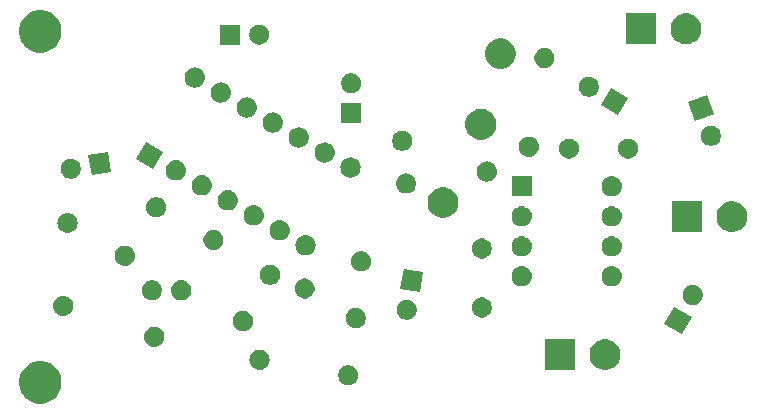
<source format=gbr>
G04 #@! TF.GenerationSoftware,KiCad,Pcbnew,(5.1.2-1)-1*
G04 #@! TF.CreationDate,2021-07-19T19:49:03-04:00*
G04 #@! TF.ProjectId,Psycho LFO - CGS,50737963-686f-4204-9c46-4f202d204347,rev?*
G04 #@! TF.SameCoordinates,Original*
G04 #@! TF.FileFunction,Soldermask,Top*
G04 #@! TF.FilePolarity,Negative*
%FSLAX46Y46*%
G04 Gerber Fmt 4.6, Leading zero omitted, Abs format (unit mm)*
G04 Created by KiCad (PCBNEW (5.1.2-1)-1) date 2021-07-19 19:49:03*
%MOMM*%
%LPD*%
G04 APERTURE LIST*
%ADD10C,0.100000*%
G04 APERTURE END LIST*
D10*
G36*
X17035331Y-44496211D02*
G01*
X17363092Y-44631974D01*
X17658070Y-44829072D01*
X17908928Y-45079930D01*
X18106026Y-45374908D01*
X18241789Y-45702669D01*
X18311000Y-46050616D01*
X18311000Y-46405384D01*
X18241789Y-46753331D01*
X18106026Y-47081092D01*
X17908928Y-47376070D01*
X17658070Y-47626928D01*
X17363092Y-47824026D01*
X17035331Y-47959789D01*
X16687384Y-48029000D01*
X16332616Y-48029000D01*
X15984669Y-47959789D01*
X15656908Y-47824026D01*
X15361930Y-47626928D01*
X15111072Y-47376070D01*
X14913974Y-47081092D01*
X14778211Y-46753331D01*
X14709000Y-46405384D01*
X14709000Y-46050616D01*
X14778211Y-45702669D01*
X14913974Y-45374908D01*
X15111072Y-45079930D01*
X15361930Y-44829072D01*
X15656908Y-44631974D01*
X15984669Y-44496211D01*
X16332616Y-44427000D01*
X16687384Y-44427000D01*
X17035331Y-44496211D01*
X17035331Y-44496211D01*
G37*
G36*
X42844028Y-44825503D02*
G01*
X42998900Y-44889653D01*
X43138281Y-44982785D01*
X43256815Y-45101319D01*
X43349947Y-45240700D01*
X43414097Y-45395572D01*
X43446800Y-45559984D01*
X43446800Y-45727616D01*
X43414097Y-45892028D01*
X43349947Y-46046900D01*
X43256815Y-46186281D01*
X43138281Y-46304815D01*
X42998900Y-46397947D01*
X42844028Y-46462097D01*
X42679616Y-46494800D01*
X42511984Y-46494800D01*
X42347572Y-46462097D01*
X42192700Y-46397947D01*
X42053319Y-46304815D01*
X41934785Y-46186281D01*
X41841653Y-46046900D01*
X41777503Y-45892028D01*
X41744800Y-45727616D01*
X41744800Y-45559984D01*
X41777503Y-45395572D01*
X41841653Y-45240700D01*
X41934785Y-45101319D01*
X42053319Y-44982785D01*
X42192700Y-44889653D01*
X42347572Y-44825503D01*
X42511984Y-44792800D01*
X42679616Y-44792800D01*
X42844028Y-44825503D01*
X42844028Y-44825503D01*
G37*
G36*
X64717593Y-42640504D02*
G01*
X64954301Y-42738552D01*
X64954303Y-42738553D01*
X65167335Y-42880896D01*
X65348504Y-43062065D01*
X65413985Y-43160065D01*
X65490848Y-43275099D01*
X65588896Y-43511807D01*
X65638880Y-43763093D01*
X65638880Y-44019307D01*
X65588896Y-44270593D01*
X65495441Y-44496212D01*
X65490847Y-44507303D01*
X65348504Y-44720335D01*
X65167335Y-44901504D01*
X64954303Y-45043847D01*
X64954302Y-45043848D01*
X64954301Y-45043848D01*
X64717593Y-45141896D01*
X64466307Y-45191880D01*
X64210093Y-45191880D01*
X63958807Y-45141896D01*
X63722099Y-45043848D01*
X63722098Y-45043848D01*
X63722097Y-45043847D01*
X63509065Y-44901504D01*
X63327896Y-44720335D01*
X63185553Y-44507303D01*
X63180959Y-44496212D01*
X63087504Y-44270593D01*
X63037520Y-44019307D01*
X63037520Y-43763093D01*
X63087504Y-43511807D01*
X63185552Y-43275099D01*
X63262415Y-43160065D01*
X63327896Y-43062065D01*
X63509065Y-42880896D01*
X63722097Y-42738553D01*
X63722099Y-42738552D01*
X63958807Y-42640504D01*
X64210093Y-42590520D01*
X64466307Y-42590520D01*
X64717593Y-42640504D01*
X64717593Y-42640504D01*
G37*
G36*
X61828880Y-45191880D02*
G01*
X59227520Y-45191880D01*
X59227520Y-42590520D01*
X61828880Y-42590520D01*
X61828880Y-45191880D01*
X61828880Y-45191880D01*
G37*
G36*
X35258388Y-43481914D02*
G01*
X35418807Y-43530577D01*
X35551471Y-43601487D01*
X35566643Y-43609597D01*
X35696224Y-43715942D01*
X35802569Y-43845523D01*
X35802570Y-43845525D01*
X35881589Y-43993359D01*
X35930252Y-44153778D01*
X35946682Y-44320601D01*
X35930252Y-44487424D01*
X35881589Y-44647843D01*
X35842841Y-44720335D01*
X35802569Y-44795679D01*
X35696224Y-44925260D01*
X35566643Y-45031605D01*
X35566641Y-45031606D01*
X35418807Y-45110625D01*
X35258388Y-45159288D01*
X35133369Y-45171601D01*
X35049761Y-45171601D01*
X34924742Y-45159288D01*
X34764323Y-45110625D01*
X34616489Y-45031606D01*
X34616487Y-45031605D01*
X34486906Y-44925260D01*
X34380561Y-44795679D01*
X34340289Y-44720335D01*
X34301541Y-44647843D01*
X34252878Y-44487424D01*
X34236448Y-44320601D01*
X34252878Y-44153778D01*
X34301541Y-43993359D01*
X34380560Y-43845525D01*
X34380561Y-43845523D01*
X34486906Y-43715942D01*
X34616487Y-43609597D01*
X34631659Y-43601487D01*
X34764323Y-43530577D01*
X34924742Y-43481914D01*
X35049761Y-43469601D01*
X35133369Y-43469601D01*
X35258388Y-43481914D01*
X35258388Y-43481914D01*
G37*
G36*
X26337888Y-41531353D02*
G01*
X26498307Y-41580016D01*
X26616890Y-41643400D01*
X26646143Y-41659036D01*
X26775724Y-41765381D01*
X26882069Y-41894962D01*
X26882070Y-41894964D01*
X26961089Y-42042798D01*
X27009752Y-42203217D01*
X27026182Y-42370040D01*
X27009752Y-42536863D01*
X26961089Y-42697282D01*
X26939029Y-42738553D01*
X26882069Y-42845118D01*
X26775724Y-42974699D01*
X26646143Y-43081044D01*
X26646141Y-43081045D01*
X26498307Y-43160064D01*
X26337888Y-43208727D01*
X26212869Y-43221040D01*
X26129261Y-43221040D01*
X26004242Y-43208727D01*
X25843823Y-43160064D01*
X25695989Y-43081045D01*
X25695987Y-43081044D01*
X25566406Y-42974699D01*
X25460061Y-42845118D01*
X25403101Y-42738553D01*
X25381041Y-42697282D01*
X25332378Y-42536863D01*
X25315948Y-42370040D01*
X25332378Y-42203217D01*
X25381041Y-42042798D01*
X25460060Y-41894964D01*
X25460061Y-41894962D01*
X25566406Y-41765381D01*
X25695987Y-41659036D01*
X25725240Y-41643400D01*
X25843823Y-41580016D01*
X26004242Y-41531353D01*
X26129261Y-41519040D01*
X26212869Y-41519040D01*
X26337888Y-41531353D01*
X26337888Y-41531353D01*
G37*
G36*
X71672888Y-40684112D02*
G01*
X70821888Y-42158088D01*
X69347912Y-41307088D01*
X70198912Y-39833112D01*
X71672888Y-40684112D01*
X71672888Y-40684112D01*
G37*
G36*
X33923528Y-40228544D02*
G01*
X34078400Y-40292694D01*
X34217781Y-40385826D01*
X34336315Y-40504360D01*
X34429447Y-40643741D01*
X34493597Y-40798613D01*
X34526300Y-40963025D01*
X34526300Y-41130657D01*
X34493597Y-41295069D01*
X34429447Y-41449941D01*
X34336315Y-41589322D01*
X34217781Y-41707856D01*
X34078400Y-41800988D01*
X33923528Y-41865138D01*
X33759116Y-41897841D01*
X33591484Y-41897841D01*
X33427072Y-41865138D01*
X33272200Y-41800988D01*
X33132819Y-41707856D01*
X33014285Y-41589322D01*
X32921153Y-41449941D01*
X32857003Y-41295069D01*
X32824300Y-41130657D01*
X32824300Y-40963025D01*
X32857003Y-40798613D01*
X32921153Y-40643741D01*
X33014285Y-40504360D01*
X33132819Y-40385826D01*
X33272200Y-40292694D01*
X33427072Y-40228544D01*
X33591484Y-40195841D01*
X33759116Y-40195841D01*
X33923528Y-40228544D01*
X33923528Y-40228544D01*
G37*
G36*
X43479028Y-39974103D02*
G01*
X43633900Y-40038253D01*
X43773281Y-40131385D01*
X43891815Y-40249919D01*
X43984947Y-40389300D01*
X44049097Y-40544172D01*
X44081800Y-40708584D01*
X44081800Y-40876216D01*
X44049097Y-41040628D01*
X43984947Y-41195500D01*
X43891815Y-41334881D01*
X43773281Y-41453415D01*
X43633900Y-41546547D01*
X43479028Y-41610697D01*
X43314616Y-41643400D01*
X43146984Y-41643400D01*
X42982572Y-41610697D01*
X42827700Y-41546547D01*
X42688319Y-41453415D01*
X42569785Y-41334881D01*
X42476653Y-41195500D01*
X42412503Y-41040628D01*
X42379800Y-40876216D01*
X42379800Y-40708584D01*
X42412503Y-40544172D01*
X42476653Y-40389300D01*
X42569785Y-40249919D01*
X42688319Y-40131385D01*
X42827700Y-40038253D01*
X42982572Y-39974103D01*
X43146984Y-39941400D01*
X43314616Y-39941400D01*
X43479028Y-39974103D01*
X43479028Y-39974103D01*
G37*
G36*
X47794708Y-39261122D02*
G01*
X47949580Y-39325272D01*
X48088961Y-39418404D01*
X48207495Y-39536938D01*
X48300627Y-39676319D01*
X48364777Y-39831191D01*
X48397480Y-39995603D01*
X48397480Y-40163235D01*
X48364777Y-40327647D01*
X48300627Y-40482519D01*
X48207495Y-40621900D01*
X48088961Y-40740434D01*
X47949580Y-40833566D01*
X47794708Y-40897716D01*
X47630296Y-40930419D01*
X47462664Y-40930419D01*
X47298252Y-40897716D01*
X47143380Y-40833566D01*
X47003999Y-40740434D01*
X46885465Y-40621900D01*
X46792333Y-40482519D01*
X46728183Y-40327647D01*
X46695480Y-40163235D01*
X46695480Y-39995603D01*
X46728183Y-39831191D01*
X46792333Y-39676319D01*
X46885465Y-39536938D01*
X47003999Y-39418404D01*
X47143380Y-39325272D01*
X47298252Y-39261122D01*
X47462664Y-39228419D01*
X47630296Y-39228419D01*
X47794708Y-39261122D01*
X47794708Y-39261122D01*
G37*
G36*
X54147028Y-39081303D02*
G01*
X54301900Y-39145453D01*
X54441281Y-39238585D01*
X54559815Y-39357119D01*
X54652947Y-39496500D01*
X54717097Y-39651372D01*
X54749800Y-39815784D01*
X54749800Y-39983416D01*
X54717097Y-40147828D01*
X54652947Y-40302700D01*
X54559815Y-40442081D01*
X54441281Y-40560615D01*
X54301900Y-40653747D01*
X54147028Y-40717897D01*
X53982616Y-40750600D01*
X53814984Y-40750600D01*
X53650572Y-40717897D01*
X53495700Y-40653747D01*
X53356319Y-40560615D01*
X53237785Y-40442081D01*
X53144653Y-40302700D01*
X53080503Y-40147828D01*
X53047800Y-39983416D01*
X53047800Y-39815784D01*
X53080503Y-39651372D01*
X53144653Y-39496500D01*
X53237785Y-39357119D01*
X53356319Y-39238585D01*
X53495700Y-39145453D01*
X53650572Y-39081303D01*
X53814984Y-39048600D01*
X53982616Y-39048600D01*
X54147028Y-39081303D01*
X54147028Y-39081303D01*
G37*
G36*
X18630715Y-38929368D02*
G01*
X18791134Y-38978031D01*
X18919318Y-39046547D01*
X18938970Y-39057051D01*
X19068551Y-39163396D01*
X19174896Y-39292977D01*
X19174897Y-39292979D01*
X19253916Y-39440813D01*
X19302579Y-39601232D01*
X19319009Y-39768055D01*
X19302579Y-39934878D01*
X19253916Y-40095297D01*
X19225837Y-40147829D01*
X19174896Y-40243133D01*
X19068551Y-40372714D01*
X18938970Y-40479059D01*
X18938968Y-40479060D01*
X18791134Y-40558079D01*
X18630715Y-40606742D01*
X18505696Y-40619055D01*
X18422088Y-40619055D01*
X18297069Y-40606742D01*
X18136650Y-40558079D01*
X17988816Y-40479060D01*
X17988814Y-40479059D01*
X17859233Y-40372714D01*
X17752888Y-40243133D01*
X17701947Y-40147829D01*
X17673868Y-40095297D01*
X17625205Y-39934878D01*
X17608775Y-39768055D01*
X17625205Y-39601232D01*
X17673868Y-39440813D01*
X17752887Y-39292979D01*
X17752888Y-39292977D01*
X17859233Y-39163396D01*
X17988814Y-39057051D01*
X18008466Y-39046547D01*
X18136650Y-38978031D01*
X18297069Y-38929368D01*
X18422088Y-38917055D01*
X18505696Y-38917055D01*
X18630715Y-38929368D01*
X18630715Y-38929368D01*
G37*
G36*
X72008628Y-38012239D02*
G01*
X72163500Y-38076389D01*
X72302881Y-38169521D01*
X72421415Y-38288055D01*
X72514547Y-38427436D01*
X72578697Y-38582308D01*
X72611400Y-38746720D01*
X72611400Y-38914352D01*
X72578697Y-39078764D01*
X72514547Y-39233636D01*
X72421415Y-39373017D01*
X72302881Y-39491551D01*
X72163500Y-39584683D01*
X72008628Y-39648833D01*
X71844216Y-39681536D01*
X71676584Y-39681536D01*
X71512172Y-39648833D01*
X71357300Y-39584683D01*
X71217919Y-39491551D01*
X71099385Y-39373017D01*
X71006253Y-39233636D01*
X70942103Y-39078764D01*
X70909400Y-38914352D01*
X70909400Y-38746720D01*
X70942103Y-38582308D01*
X71006253Y-38427436D01*
X71099385Y-38288055D01*
X71217919Y-38169521D01*
X71357300Y-38076389D01*
X71512172Y-38012239D01*
X71676584Y-37979536D01*
X71844216Y-37979536D01*
X72008628Y-38012239D01*
X72008628Y-38012239D01*
G37*
G36*
X28633185Y-37606582D02*
G01*
X28793604Y-37655245D01*
X28859952Y-37690709D01*
X28941440Y-37734265D01*
X29071021Y-37840610D01*
X29177366Y-37970191D01*
X29177367Y-37970193D01*
X29256386Y-38118027D01*
X29305049Y-38278446D01*
X29321479Y-38445269D01*
X29305049Y-38612092D01*
X29256386Y-38772511D01*
X29216061Y-38847953D01*
X29177366Y-38920347D01*
X29071021Y-39049928D01*
X28941440Y-39156273D01*
X28941438Y-39156274D01*
X28793604Y-39235293D01*
X28633185Y-39283956D01*
X28508166Y-39296269D01*
X28424558Y-39296269D01*
X28299539Y-39283956D01*
X28139120Y-39235293D01*
X27991286Y-39156274D01*
X27991284Y-39156273D01*
X27861703Y-39049928D01*
X27755358Y-38920347D01*
X27716663Y-38847953D01*
X27676338Y-38772511D01*
X27627675Y-38612092D01*
X27611245Y-38445269D01*
X27627675Y-38278446D01*
X27676338Y-38118027D01*
X27755357Y-37970193D01*
X27755358Y-37970191D01*
X27861703Y-37840610D01*
X27991284Y-37734265D01*
X28072772Y-37690709D01*
X28139120Y-37655245D01*
X28299539Y-37606582D01*
X28424558Y-37594269D01*
X28508166Y-37594269D01*
X28633185Y-37606582D01*
X28633185Y-37606582D01*
G37*
G36*
X26216355Y-37626559D02*
G01*
X26371227Y-37690709D01*
X26510608Y-37783841D01*
X26629142Y-37902375D01*
X26722274Y-38041756D01*
X26786424Y-38196628D01*
X26819127Y-38361040D01*
X26819127Y-38528672D01*
X26786424Y-38693084D01*
X26722274Y-38847956D01*
X26629142Y-38987337D01*
X26510608Y-39105871D01*
X26371227Y-39199003D01*
X26216355Y-39263153D01*
X26051943Y-39295856D01*
X25884311Y-39295856D01*
X25719899Y-39263153D01*
X25565027Y-39199003D01*
X25425646Y-39105871D01*
X25307112Y-38987337D01*
X25213980Y-38847956D01*
X25149830Y-38693084D01*
X25117127Y-38528672D01*
X25117127Y-38361040D01*
X25149830Y-38196628D01*
X25213980Y-38041756D01*
X25307112Y-37902375D01*
X25425646Y-37783841D01*
X25565027Y-37690709D01*
X25719899Y-37626559D01*
X25884311Y-37593856D01*
X26051943Y-37593856D01*
X26216355Y-37626559D01*
X26216355Y-37626559D01*
G37*
G36*
X39148901Y-37474103D02*
G01*
X39303773Y-37538253D01*
X39443154Y-37631385D01*
X39561688Y-37749919D01*
X39654820Y-37889300D01*
X39718970Y-38044172D01*
X39751673Y-38208584D01*
X39751673Y-38376216D01*
X39718970Y-38540628D01*
X39654820Y-38695500D01*
X39561688Y-38834881D01*
X39443154Y-38953415D01*
X39303773Y-39046547D01*
X39148901Y-39110697D01*
X38984489Y-39143400D01*
X38816857Y-39143400D01*
X38652445Y-39110697D01*
X38497573Y-39046547D01*
X38358192Y-38953415D01*
X38239658Y-38834881D01*
X38146526Y-38695500D01*
X38082376Y-38540628D01*
X38049673Y-38376216D01*
X38049673Y-38208584D01*
X38082376Y-38044172D01*
X38146526Y-37889300D01*
X38239658Y-37749919D01*
X38358192Y-37631385D01*
X38497573Y-37538253D01*
X38652445Y-37474103D01*
X38816857Y-37441400D01*
X38984489Y-37441400D01*
X39148901Y-37474103D01*
X39148901Y-37474103D01*
G37*
G36*
X48966446Y-36927103D02*
G01*
X48670897Y-38603246D01*
X46994754Y-38307697D01*
X47290303Y-36631554D01*
X48966446Y-36927103D01*
X48966446Y-36927103D01*
G37*
G36*
X57443823Y-36423113D02*
G01*
X57604242Y-36471776D01*
X57736906Y-36542686D01*
X57752078Y-36550796D01*
X57881659Y-36657141D01*
X57988004Y-36786722D01*
X57988005Y-36786724D01*
X58067024Y-36934558D01*
X58115687Y-37094977D01*
X58132117Y-37261800D01*
X58115687Y-37428623D01*
X58067024Y-37589042D01*
X58012682Y-37690708D01*
X57988004Y-37736878D01*
X57881659Y-37866459D01*
X57752078Y-37972804D01*
X57752076Y-37972805D01*
X57604242Y-38051824D01*
X57443823Y-38100487D01*
X57318804Y-38112800D01*
X57235196Y-38112800D01*
X57110177Y-38100487D01*
X56949758Y-38051824D01*
X56801924Y-37972805D01*
X56801922Y-37972804D01*
X56672341Y-37866459D01*
X56565996Y-37736878D01*
X56541318Y-37690708D01*
X56486976Y-37589042D01*
X56438313Y-37428623D01*
X56421883Y-37261800D01*
X56438313Y-37094977D01*
X56486976Y-36934558D01*
X56565995Y-36786724D01*
X56565996Y-36786722D01*
X56672341Y-36657141D01*
X56801922Y-36550796D01*
X56817094Y-36542686D01*
X56949758Y-36471776D01*
X57110177Y-36423113D01*
X57235196Y-36410800D01*
X57318804Y-36410800D01*
X57443823Y-36423113D01*
X57443823Y-36423113D01*
G37*
G36*
X65063823Y-36423113D02*
G01*
X65224242Y-36471776D01*
X65356906Y-36542686D01*
X65372078Y-36550796D01*
X65501659Y-36657141D01*
X65608004Y-36786722D01*
X65608005Y-36786724D01*
X65687024Y-36934558D01*
X65735687Y-37094977D01*
X65752117Y-37261800D01*
X65735687Y-37428623D01*
X65687024Y-37589042D01*
X65632682Y-37690708D01*
X65608004Y-37736878D01*
X65501659Y-37866459D01*
X65372078Y-37972804D01*
X65372076Y-37972805D01*
X65224242Y-38051824D01*
X65063823Y-38100487D01*
X64938804Y-38112800D01*
X64855196Y-38112800D01*
X64730177Y-38100487D01*
X64569758Y-38051824D01*
X64421924Y-37972805D01*
X64421922Y-37972804D01*
X64292341Y-37866459D01*
X64185996Y-37736878D01*
X64161318Y-37690708D01*
X64106976Y-37589042D01*
X64058313Y-37428623D01*
X64041883Y-37261800D01*
X64058313Y-37094977D01*
X64106976Y-36934558D01*
X64185995Y-36786724D01*
X64185996Y-36786722D01*
X64292341Y-36657141D01*
X64421922Y-36550796D01*
X64437094Y-36542686D01*
X64569758Y-36471776D01*
X64730177Y-36423113D01*
X64855196Y-36410800D01*
X64938804Y-36410800D01*
X65063823Y-36423113D01*
X65063823Y-36423113D01*
G37*
G36*
X36218825Y-36303773D02*
G01*
X36373697Y-36367923D01*
X36513078Y-36461055D01*
X36631612Y-36579589D01*
X36724744Y-36718970D01*
X36788894Y-36873842D01*
X36821597Y-37038254D01*
X36821597Y-37205886D01*
X36788894Y-37370298D01*
X36724744Y-37525170D01*
X36631612Y-37664551D01*
X36513078Y-37783085D01*
X36373697Y-37876217D01*
X36218825Y-37940367D01*
X36054413Y-37973070D01*
X35886781Y-37973070D01*
X35722369Y-37940367D01*
X35567497Y-37876217D01*
X35428116Y-37783085D01*
X35309582Y-37664551D01*
X35216450Y-37525170D01*
X35152300Y-37370298D01*
X35119597Y-37205886D01*
X35119597Y-37038254D01*
X35152300Y-36873842D01*
X35216450Y-36718970D01*
X35309582Y-36579589D01*
X35428116Y-36461055D01*
X35567497Y-36367923D01*
X35722369Y-36303773D01*
X35886781Y-36271070D01*
X36054413Y-36271070D01*
X36218825Y-36303773D01*
X36218825Y-36303773D01*
G37*
G36*
X43936228Y-35173503D02*
G01*
X44091100Y-35237653D01*
X44230481Y-35330785D01*
X44349015Y-35449319D01*
X44442147Y-35588700D01*
X44506297Y-35743572D01*
X44539000Y-35907984D01*
X44539000Y-36075616D01*
X44506297Y-36240028D01*
X44442147Y-36394900D01*
X44349015Y-36534281D01*
X44230481Y-36652815D01*
X44091100Y-36745947D01*
X43936228Y-36810097D01*
X43771816Y-36842800D01*
X43604184Y-36842800D01*
X43439772Y-36810097D01*
X43284900Y-36745947D01*
X43145519Y-36652815D01*
X43026985Y-36534281D01*
X42933853Y-36394900D01*
X42869703Y-36240028D01*
X42837000Y-36075616D01*
X42837000Y-35907984D01*
X42869703Y-35743572D01*
X42933853Y-35588700D01*
X43026985Y-35449319D01*
X43145519Y-35330785D01*
X43284900Y-35237653D01*
X43439772Y-35173503D01*
X43604184Y-35140800D01*
X43771816Y-35140800D01*
X43936228Y-35173503D01*
X43936228Y-35173503D01*
G37*
G36*
X23848037Y-34667899D02*
G01*
X24008456Y-34716562D01*
X24141120Y-34787472D01*
X24156292Y-34795582D01*
X24285873Y-34901927D01*
X24392218Y-35031508D01*
X24392219Y-35031510D01*
X24471238Y-35179344D01*
X24519901Y-35339763D01*
X24536331Y-35506586D01*
X24519901Y-35673409D01*
X24471238Y-35833828D01*
X24431600Y-35907985D01*
X24392218Y-35981664D01*
X24285873Y-36111245D01*
X24156292Y-36217590D01*
X24156290Y-36217591D01*
X24008456Y-36296610D01*
X23848037Y-36345273D01*
X23723018Y-36357586D01*
X23639410Y-36357586D01*
X23514391Y-36345273D01*
X23353972Y-36296610D01*
X23206138Y-36217591D01*
X23206136Y-36217590D01*
X23076555Y-36111245D01*
X22970210Y-35981664D01*
X22930828Y-35907985D01*
X22891190Y-35833828D01*
X22842527Y-35673409D01*
X22826097Y-35506586D01*
X22842527Y-35339763D01*
X22891190Y-35179344D01*
X22970209Y-35031510D01*
X22970210Y-35031508D01*
X23076555Y-34901927D01*
X23206136Y-34795582D01*
X23221308Y-34787472D01*
X23353972Y-34716562D01*
X23514391Y-34667899D01*
X23639410Y-34655586D01*
X23723018Y-34655586D01*
X23848037Y-34667899D01*
X23848037Y-34667899D01*
G37*
G36*
X54147028Y-34081303D02*
G01*
X54301900Y-34145453D01*
X54441281Y-34238585D01*
X54559815Y-34357119D01*
X54652947Y-34496500D01*
X54717097Y-34651372D01*
X54749800Y-34815784D01*
X54749800Y-34983416D01*
X54717097Y-35147828D01*
X54652947Y-35302700D01*
X54559815Y-35442081D01*
X54441281Y-35560615D01*
X54301900Y-35653747D01*
X54147028Y-35717897D01*
X53982616Y-35750600D01*
X53814984Y-35750600D01*
X53650572Y-35717897D01*
X53495700Y-35653747D01*
X53356319Y-35560615D01*
X53237785Y-35442081D01*
X53144653Y-35302700D01*
X53080503Y-35147828D01*
X53047800Y-34983416D01*
X53047800Y-34815784D01*
X53080503Y-34651372D01*
X53144653Y-34496500D01*
X53237785Y-34357119D01*
X53356319Y-34238585D01*
X53495700Y-34145453D01*
X53650572Y-34081303D01*
X53814984Y-34048600D01*
X53982616Y-34048600D01*
X54147028Y-34081303D01*
X54147028Y-34081303D01*
G37*
G36*
X57443823Y-33883113D02*
G01*
X57604242Y-33931776D01*
X57685020Y-33974953D01*
X57752078Y-34010796D01*
X57881659Y-34117141D01*
X57988004Y-34246722D01*
X57988005Y-34246724D01*
X58067024Y-34394558D01*
X58115687Y-34554977D01*
X58132117Y-34721800D01*
X58115687Y-34888623D01*
X58067024Y-35049042D01*
X58031571Y-35115370D01*
X57988004Y-35196878D01*
X57881659Y-35326459D01*
X57752078Y-35432804D01*
X57752076Y-35432805D01*
X57604242Y-35511824D01*
X57443823Y-35560487D01*
X57318804Y-35572800D01*
X57235196Y-35572800D01*
X57110177Y-35560487D01*
X56949758Y-35511824D01*
X56801924Y-35432805D01*
X56801922Y-35432804D01*
X56672341Y-35326459D01*
X56565996Y-35196878D01*
X56522429Y-35115370D01*
X56486976Y-35049042D01*
X56438313Y-34888623D01*
X56421883Y-34721800D01*
X56438313Y-34554977D01*
X56486976Y-34394558D01*
X56565995Y-34246724D01*
X56565996Y-34246722D01*
X56672341Y-34117141D01*
X56801922Y-34010796D01*
X56868980Y-33974953D01*
X56949758Y-33931776D01*
X57110177Y-33883113D01*
X57235196Y-33870800D01*
X57318804Y-33870800D01*
X57443823Y-33883113D01*
X57443823Y-33883113D01*
G37*
G36*
X65063823Y-33883113D02*
G01*
X65224242Y-33931776D01*
X65305020Y-33974953D01*
X65372078Y-34010796D01*
X65501659Y-34117141D01*
X65608004Y-34246722D01*
X65608005Y-34246724D01*
X65687024Y-34394558D01*
X65735687Y-34554977D01*
X65752117Y-34721800D01*
X65735687Y-34888623D01*
X65687024Y-35049042D01*
X65651571Y-35115370D01*
X65608004Y-35196878D01*
X65501659Y-35326459D01*
X65372078Y-35432804D01*
X65372076Y-35432805D01*
X65224242Y-35511824D01*
X65063823Y-35560487D01*
X64938804Y-35572800D01*
X64855196Y-35572800D01*
X64730177Y-35560487D01*
X64569758Y-35511824D01*
X64421924Y-35432805D01*
X64421922Y-35432804D01*
X64292341Y-35326459D01*
X64185996Y-35196878D01*
X64142429Y-35115370D01*
X64106976Y-35049042D01*
X64058313Y-34888623D01*
X64041883Y-34721800D01*
X64058313Y-34554977D01*
X64106976Y-34394558D01*
X64185995Y-34246724D01*
X64185996Y-34246722D01*
X64292341Y-34117141D01*
X64421922Y-34010796D01*
X64488980Y-33974953D01*
X64569758Y-33931776D01*
X64730177Y-33883113D01*
X64855196Y-33870800D01*
X64938804Y-33870800D01*
X65063823Y-33883113D01*
X65063823Y-33883113D01*
G37*
G36*
X39154060Y-33801607D02*
G01*
X39314479Y-33850270D01*
X39447143Y-33921180D01*
X39462315Y-33929290D01*
X39591896Y-34035635D01*
X39698241Y-34165216D01*
X39698242Y-34165218D01*
X39777261Y-34313052D01*
X39825924Y-34473471D01*
X39842354Y-34640294D01*
X39825924Y-34807117D01*
X39777261Y-34967536D01*
X39733695Y-35049042D01*
X39698241Y-35115372D01*
X39591896Y-35244953D01*
X39462315Y-35351298D01*
X39462313Y-35351299D01*
X39314479Y-35430318D01*
X39154060Y-35478981D01*
X39029041Y-35491294D01*
X38945433Y-35491294D01*
X38820414Y-35478981D01*
X38659995Y-35430318D01*
X38512161Y-35351299D01*
X38512159Y-35351298D01*
X38382578Y-35244953D01*
X38276233Y-35115372D01*
X38240779Y-35049042D01*
X38197213Y-34967536D01*
X38148550Y-34807117D01*
X38132120Y-34640294D01*
X38148550Y-34473471D01*
X38197213Y-34313052D01*
X38276232Y-34165218D01*
X38276233Y-34165216D01*
X38382578Y-34035635D01*
X38512159Y-33929290D01*
X38527331Y-33921180D01*
X38659995Y-33850270D01*
X38820414Y-33801607D01*
X38945433Y-33789294D01*
X39029041Y-33789294D01*
X39154060Y-33801607D01*
X39154060Y-33801607D01*
G37*
G36*
X31433677Y-33365090D02*
G01*
X31588549Y-33429240D01*
X31727930Y-33522372D01*
X31846464Y-33640906D01*
X31939596Y-33780287D01*
X32003746Y-33935159D01*
X32036449Y-34099571D01*
X32036449Y-34267203D01*
X32003746Y-34431615D01*
X31939596Y-34586487D01*
X31846464Y-34725868D01*
X31727930Y-34844402D01*
X31588549Y-34937534D01*
X31433677Y-35001684D01*
X31269265Y-35034387D01*
X31101633Y-35034387D01*
X30937221Y-35001684D01*
X30782349Y-34937534D01*
X30642968Y-34844402D01*
X30524434Y-34725868D01*
X30431302Y-34586487D01*
X30367152Y-34431615D01*
X30334449Y-34267203D01*
X30334449Y-34099571D01*
X30367152Y-33935159D01*
X30431302Y-33780287D01*
X30524434Y-33640906D01*
X30642968Y-33522372D01*
X30782349Y-33429240D01*
X30937221Y-33365090D01*
X31101633Y-33332387D01*
X31269265Y-33332387D01*
X31433677Y-33365090D01*
X31433677Y-33365090D01*
G37*
G36*
X36954356Y-32531607D02*
G01*
X37114775Y-32580270D01*
X37247439Y-32651180D01*
X37262611Y-32659290D01*
X37392192Y-32765635D01*
X37498537Y-32895216D01*
X37498538Y-32895218D01*
X37577557Y-33043052D01*
X37626220Y-33203471D01*
X37642650Y-33370294D01*
X37626220Y-33537117D01*
X37577557Y-33697536D01*
X37533324Y-33780290D01*
X37498537Y-33845372D01*
X37392192Y-33974953D01*
X37262611Y-34081298D01*
X37262609Y-34081299D01*
X37114775Y-34160318D01*
X36954356Y-34208981D01*
X36829337Y-34221294D01*
X36745729Y-34221294D01*
X36620710Y-34208981D01*
X36460291Y-34160318D01*
X36312457Y-34081299D01*
X36312455Y-34081298D01*
X36182874Y-33974953D01*
X36076529Y-33845372D01*
X36041742Y-33780290D01*
X35997509Y-33697536D01*
X35948846Y-33537117D01*
X35932416Y-33370294D01*
X35948846Y-33203471D01*
X35997509Y-33043052D01*
X36076528Y-32895218D01*
X36076529Y-32895216D01*
X36182874Y-32765635D01*
X36312455Y-32659290D01*
X36327627Y-32651180D01*
X36460291Y-32580270D01*
X36620710Y-32531607D01*
X36745729Y-32519294D01*
X36829337Y-32519294D01*
X36954356Y-32531607D01*
X36954356Y-32531607D01*
G37*
G36*
X18995987Y-31895897D02*
G01*
X19156406Y-31944560D01*
X19288143Y-32014975D01*
X19304242Y-32023580D01*
X19433823Y-32129925D01*
X19540168Y-32259506D01*
X19540169Y-32259508D01*
X19619188Y-32407342D01*
X19667851Y-32567761D01*
X19684281Y-32734584D01*
X19667851Y-32901407D01*
X19619188Y-33061826D01*
X19548278Y-33194490D01*
X19540168Y-33209662D01*
X19433823Y-33339243D01*
X19304242Y-33445588D01*
X19304240Y-33445589D01*
X19156406Y-33524608D01*
X18995987Y-33573271D01*
X18870968Y-33585584D01*
X18787360Y-33585584D01*
X18662341Y-33573271D01*
X18501922Y-33524608D01*
X18354088Y-33445589D01*
X18354086Y-33445588D01*
X18224505Y-33339243D01*
X18118160Y-33209662D01*
X18110050Y-33194490D01*
X18039140Y-33061826D01*
X17990477Y-32901407D01*
X17974047Y-32734584D01*
X17990477Y-32567761D01*
X18039140Y-32407342D01*
X18118159Y-32259508D01*
X18118160Y-32259506D01*
X18224505Y-32129925D01*
X18354086Y-32023580D01*
X18370185Y-32014975D01*
X18501922Y-31944560D01*
X18662341Y-31895897D01*
X18787360Y-31883584D01*
X18870968Y-31883584D01*
X18995987Y-31895897D01*
X18995987Y-31895897D01*
G37*
G36*
X72573080Y-33507880D02*
G01*
X69971720Y-33507880D01*
X69971720Y-30906520D01*
X72573080Y-30906520D01*
X72573080Y-33507880D01*
X72573080Y-33507880D01*
G37*
G36*
X75461793Y-30956504D02*
G01*
X75698501Y-31054552D01*
X75698503Y-31054553D01*
X75911535Y-31196896D01*
X76092704Y-31378065D01*
X76201772Y-31541298D01*
X76235048Y-31591099D01*
X76333096Y-31827807D01*
X76383080Y-32079093D01*
X76383080Y-32335307D01*
X76333096Y-32586593D01*
X76240020Y-32811298D01*
X76235047Y-32823303D01*
X76092704Y-33036335D01*
X75911535Y-33217504D01*
X75698503Y-33359847D01*
X75698502Y-33359848D01*
X75698501Y-33359848D01*
X75461793Y-33457896D01*
X75210507Y-33507880D01*
X74954293Y-33507880D01*
X74703007Y-33457896D01*
X74466299Y-33359848D01*
X74466298Y-33359848D01*
X74466297Y-33359847D01*
X74253265Y-33217504D01*
X74072096Y-33036335D01*
X73929753Y-32823303D01*
X73924780Y-32811298D01*
X73831704Y-32586593D01*
X73781720Y-32335307D01*
X73781720Y-32079093D01*
X73831704Y-31827807D01*
X73929752Y-31591099D01*
X73963028Y-31541298D01*
X74072096Y-31378065D01*
X74253265Y-31196896D01*
X74466297Y-31054553D01*
X74466299Y-31054552D01*
X74703007Y-30956504D01*
X74954293Y-30906520D01*
X75210507Y-30906520D01*
X75461793Y-30956504D01*
X75461793Y-30956504D01*
G37*
G36*
X57443823Y-31343113D02*
G01*
X57604242Y-31391776D01*
X57685020Y-31434953D01*
X57752078Y-31470796D01*
X57881659Y-31577141D01*
X57988004Y-31706722D01*
X57988005Y-31706724D01*
X58067024Y-31854558D01*
X58115687Y-32014977D01*
X58132117Y-32181800D01*
X58115687Y-32348623D01*
X58067024Y-32509042D01*
X57996114Y-32641706D01*
X57988004Y-32656878D01*
X57881659Y-32786459D01*
X57752078Y-32892804D01*
X57752076Y-32892805D01*
X57604242Y-32971824D01*
X57443823Y-33020487D01*
X57318804Y-33032800D01*
X57235196Y-33032800D01*
X57110177Y-33020487D01*
X56949758Y-32971824D01*
X56801924Y-32892805D01*
X56801922Y-32892804D01*
X56672341Y-32786459D01*
X56565996Y-32656878D01*
X56557886Y-32641706D01*
X56486976Y-32509042D01*
X56438313Y-32348623D01*
X56421883Y-32181800D01*
X56438313Y-32014977D01*
X56486976Y-31854558D01*
X56565995Y-31706724D01*
X56565996Y-31706722D01*
X56672341Y-31577141D01*
X56801922Y-31470796D01*
X56868980Y-31434953D01*
X56949758Y-31391776D01*
X57110177Y-31343113D01*
X57235196Y-31330800D01*
X57318804Y-31330800D01*
X57443823Y-31343113D01*
X57443823Y-31343113D01*
G37*
G36*
X65063823Y-31343113D02*
G01*
X65224242Y-31391776D01*
X65305020Y-31434953D01*
X65372078Y-31470796D01*
X65501659Y-31577141D01*
X65608004Y-31706722D01*
X65608005Y-31706724D01*
X65687024Y-31854558D01*
X65735687Y-32014977D01*
X65752117Y-32181800D01*
X65735687Y-32348623D01*
X65687024Y-32509042D01*
X65616114Y-32641706D01*
X65608004Y-32656878D01*
X65501659Y-32786459D01*
X65372078Y-32892804D01*
X65372076Y-32892805D01*
X65224242Y-32971824D01*
X65063823Y-33020487D01*
X64938804Y-33032800D01*
X64855196Y-33032800D01*
X64730177Y-33020487D01*
X64569758Y-32971824D01*
X64421924Y-32892805D01*
X64421922Y-32892804D01*
X64292341Y-32786459D01*
X64185996Y-32656878D01*
X64177886Y-32641706D01*
X64106976Y-32509042D01*
X64058313Y-32348623D01*
X64041883Y-32181800D01*
X64058313Y-32014977D01*
X64106976Y-31854558D01*
X64185995Y-31706724D01*
X64185996Y-31706722D01*
X64292341Y-31577141D01*
X64421922Y-31470796D01*
X64488980Y-31434953D01*
X64569758Y-31391776D01*
X64730177Y-31343113D01*
X64855196Y-31330800D01*
X64938804Y-31330800D01*
X65063823Y-31343113D01*
X65063823Y-31343113D01*
G37*
G36*
X34754651Y-31261607D02*
G01*
X34915070Y-31310270D01*
X35041905Y-31378065D01*
X35062906Y-31389290D01*
X35192487Y-31495635D01*
X35298832Y-31625216D01*
X35298833Y-31625218D01*
X35377852Y-31773052D01*
X35426515Y-31933471D01*
X35442945Y-32100294D01*
X35426515Y-32267117D01*
X35377852Y-32427536D01*
X35334286Y-32509042D01*
X35298832Y-32575372D01*
X35192487Y-32704953D01*
X35062906Y-32811298D01*
X35062904Y-32811299D01*
X34915070Y-32890318D01*
X34754651Y-32938981D01*
X34629632Y-32951294D01*
X34546024Y-32951294D01*
X34421005Y-32938981D01*
X34260586Y-32890318D01*
X34112752Y-32811299D01*
X34112750Y-32811298D01*
X33983169Y-32704953D01*
X33876824Y-32575372D01*
X33841370Y-32509042D01*
X33797804Y-32427536D01*
X33749141Y-32267117D01*
X33732711Y-32100294D01*
X33749141Y-31933471D01*
X33797804Y-31773052D01*
X33876823Y-31625218D01*
X33876824Y-31625216D01*
X33983169Y-31495635D01*
X34112750Y-31389290D01*
X34133751Y-31378065D01*
X34260586Y-31310270D01*
X34421005Y-31261607D01*
X34546024Y-31249294D01*
X34629632Y-31249294D01*
X34754651Y-31261607D01*
X34754651Y-31261607D01*
G37*
G36*
X51001593Y-29762704D02*
G01*
X51238301Y-29860752D01*
X51238303Y-29860753D01*
X51451335Y-30003096D01*
X51632504Y-30184265D01*
X51774847Y-30397297D01*
X51774848Y-30397299D01*
X51872896Y-30634007D01*
X51922880Y-30885293D01*
X51922880Y-31141507D01*
X51872896Y-31392793D01*
X51778652Y-31620318D01*
X51774847Y-31629503D01*
X51632504Y-31842535D01*
X51451335Y-32023704D01*
X51238303Y-32166047D01*
X51238302Y-32166048D01*
X51238301Y-32166048D01*
X51001593Y-32264096D01*
X50750307Y-32314080D01*
X50494093Y-32314080D01*
X50242807Y-32264096D01*
X50006099Y-32166048D01*
X50006098Y-32166048D01*
X50006097Y-32166047D01*
X49793065Y-32023704D01*
X49611896Y-31842535D01*
X49469553Y-31629503D01*
X49465748Y-31620318D01*
X49371504Y-31392793D01*
X49321520Y-31141507D01*
X49321520Y-30885293D01*
X49371504Y-30634007D01*
X49469552Y-30397299D01*
X49469553Y-30397297D01*
X49611896Y-30184265D01*
X49793065Y-30003096D01*
X50006097Y-29860753D01*
X50006099Y-29860752D01*
X50242807Y-29762704D01*
X50494093Y-29712720D01*
X50750307Y-29712720D01*
X51001593Y-29762704D01*
X51001593Y-29762704D01*
G37*
G36*
X26581627Y-30593088D02*
G01*
X26736499Y-30657238D01*
X26875880Y-30750370D01*
X26994414Y-30868904D01*
X27087546Y-31008285D01*
X27151696Y-31163157D01*
X27184399Y-31327569D01*
X27184399Y-31495201D01*
X27151696Y-31659613D01*
X27087546Y-31814485D01*
X26994414Y-31953866D01*
X26875880Y-32072400D01*
X26736499Y-32165532D01*
X26581627Y-32229682D01*
X26417215Y-32262385D01*
X26249583Y-32262385D01*
X26085171Y-32229682D01*
X25930299Y-32165532D01*
X25790918Y-32072400D01*
X25672384Y-31953866D01*
X25579252Y-31814485D01*
X25515102Y-31659613D01*
X25482399Y-31495201D01*
X25482399Y-31327569D01*
X25515102Y-31163157D01*
X25579252Y-31008285D01*
X25672384Y-30868904D01*
X25790918Y-30750370D01*
X25930299Y-30657238D01*
X26085171Y-30593088D01*
X26249583Y-30560385D01*
X26417215Y-30560385D01*
X26581627Y-30593088D01*
X26581627Y-30593088D01*
G37*
G36*
X32554947Y-29991607D02*
G01*
X32715366Y-30040270D01*
X32834016Y-30103690D01*
X32863202Y-30119290D01*
X32992783Y-30225635D01*
X33099128Y-30355216D01*
X33099129Y-30355218D01*
X33178148Y-30503052D01*
X33226811Y-30663471D01*
X33243241Y-30830294D01*
X33226811Y-30997117D01*
X33178148Y-31157536D01*
X33129102Y-31249294D01*
X33099128Y-31305372D01*
X32992783Y-31434953D01*
X32863202Y-31541298D01*
X32863200Y-31541299D01*
X32715366Y-31620318D01*
X32554947Y-31668981D01*
X32429928Y-31681294D01*
X32346320Y-31681294D01*
X32221301Y-31668981D01*
X32060882Y-31620318D01*
X31913048Y-31541299D01*
X31913046Y-31541298D01*
X31783465Y-31434953D01*
X31677120Y-31305372D01*
X31647146Y-31249294D01*
X31598100Y-31157536D01*
X31549437Y-30997117D01*
X31533007Y-30830294D01*
X31549437Y-30663471D01*
X31598100Y-30503052D01*
X31677119Y-30355218D01*
X31677120Y-30355216D01*
X31783465Y-30225635D01*
X31913046Y-30119290D01*
X31942232Y-30103690D01*
X32060882Y-30040270D01*
X32221301Y-29991607D01*
X32346320Y-29979294D01*
X32429928Y-29979294D01*
X32554947Y-29991607D01*
X32554947Y-29991607D01*
G37*
G36*
X65063823Y-28803113D02*
G01*
X65224242Y-28851776D01*
X65347405Y-28917608D01*
X65372078Y-28930796D01*
X65501659Y-29037141D01*
X65608004Y-29166722D01*
X65608005Y-29166724D01*
X65687024Y-29314558D01*
X65735687Y-29474977D01*
X65752117Y-29641800D01*
X65735687Y-29808623D01*
X65687024Y-29969042D01*
X65651571Y-30035370D01*
X65608004Y-30116878D01*
X65501659Y-30246459D01*
X65372078Y-30352804D01*
X65372076Y-30352805D01*
X65224242Y-30431824D01*
X65063823Y-30480487D01*
X64938804Y-30492800D01*
X64855196Y-30492800D01*
X64730177Y-30480487D01*
X64569758Y-30431824D01*
X64421924Y-30352805D01*
X64421922Y-30352804D01*
X64292341Y-30246459D01*
X64185996Y-30116878D01*
X64142429Y-30035370D01*
X64106976Y-29969042D01*
X64058313Y-29808623D01*
X64041883Y-29641800D01*
X64058313Y-29474977D01*
X64106976Y-29314558D01*
X64185995Y-29166724D01*
X64185996Y-29166722D01*
X64292341Y-29037141D01*
X64421922Y-28930796D01*
X64446595Y-28917608D01*
X64569758Y-28851776D01*
X64730177Y-28803113D01*
X64855196Y-28790800D01*
X64938804Y-28790800D01*
X65063823Y-28803113D01*
X65063823Y-28803113D01*
G37*
G36*
X58128000Y-30492800D02*
G01*
X56426000Y-30492800D01*
X56426000Y-28790800D01*
X58128000Y-28790800D01*
X58128000Y-30492800D01*
X58128000Y-30492800D01*
G37*
G36*
X30355242Y-28721607D02*
G01*
X30515661Y-28770270D01*
X30629660Y-28831204D01*
X30663497Y-28849290D01*
X30793078Y-28955635D01*
X30899423Y-29085216D01*
X30899424Y-29085218D01*
X30978443Y-29233052D01*
X31027106Y-29393471D01*
X31043536Y-29560294D01*
X31027106Y-29727117D01*
X30978443Y-29887536D01*
X30934877Y-29969042D01*
X30899423Y-30035372D01*
X30793078Y-30164953D01*
X30663497Y-30271298D01*
X30663495Y-30271299D01*
X30515661Y-30350318D01*
X30355242Y-30398981D01*
X30230223Y-30411294D01*
X30146615Y-30411294D01*
X30021596Y-30398981D01*
X29861177Y-30350318D01*
X29713343Y-30271299D01*
X29713341Y-30271298D01*
X29583760Y-30164953D01*
X29477415Y-30035372D01*
X29441961Y-29969042D01*
X29398395Y-29887536D01*
X29349732Y-29727117D01*
X29333302Y-29560294D01*
X29349732Y-29393471D01*
X29398395Y-29233052D01*
X29477414Y-29085218D01*
X29477415Y-29085216D01*
X29583760Y-28955635D01*
X29713341Y-28849290D01*
X29747178Y-28831204D01*
X29861177Y-28770270D01*
X30021596Y-28721607D01*
X30146615Y-28709294D01*
X30230223Y-28709294D01*
X30355242Y-28721607D01*
X30355242Y-28721607D01*
G37*
G36*
X47664823Y-28553999D02*
G01*
X47825242Y-28602662D01*
X47906020Y-28645839D01*
X47973078Y-28681682D01*
X48102659Y-28788027D01*
X48209004Y-28917608D01*
X48209005Y-28917610D01*
X48288024Y-29065444D01*
X48336687Y-29225863D01*
X48353117Y-29392686D01*
X48336687Y-29559509D01*
X48288024Y-29719928D01*
X48265159Y-29762705D01*
X48209004Y-29867764D01*
X48102659Y-29997345D01*
X47973078Y-30103690D01*
X47973076Y-30103691D01*
X47825242Y-30182710D01*
X47664823Y-30231373D01*
X47539804Y-30243686D01*
X47456196Y-30243686D01*
X47331177Y-30231373D01*
X47170758Y-30182710D01*
X47022924Y-30103691D01*
X47022922Y-30103690D01*
X46893341Y-29997345D01*
X46786996Y-29867764D01*
X46730841Y-29762705D01*
X46707976Y-29719928D01*
X46659313Y-29559509D01*
X46642883Y-29392686D01*
X46659313Y-29225863D01*
X46707976Y-29065444D01*
X46786995Y-28917610D01*
X46786996Y-28917608D01*
X46893341Y-28788027D01*
X47022922Y-28681682D01*
X47089980Y-28645839D01*
X47170758Y-28602662D01*
X47331177Y-28553999D01*
X47456196Y-28541686D01*
X47539804Y-28541686D01*
X47664823Y-28553999D01*
X47664823Y-28553999D01*
G37*
G36*
X54495081Y-27548506D02*
G01*
X54655500Y-27597169D01*
X54702292Y-27622180D01*
X54803336Y-27676189D01*
X54932917Y-27782534D01*
X55039262Y-27912115D01*
X55039263Y-27912117D01*
X55118282Y-28059951D01*
X55166945Y-28220370D01*
X55183375Y-28387193D01*
X55166945Y-28554016D01*
X55118282Y-28714435D01*
X55070882Y-28803114D01*
X55039262Y-28862271D01*
X54932917Y-28991852D01*
X54803336Y-29098197D01*
X54803334Y-29098198D01*
X54655500Y-29177217D01*
X54495081Y-29225880D01*
X54370062Y-29238193D01*
X54286454Y-29238193D01*
X54161435Y-29225880D01*
X54001016Y-29177217D01*
X53853182Y-29098198D01*
X53853180Y-29098197D01*
X53723599Y-28991852D01*
X53617254Y-28862271D01*
X53585634Y-28803114D01*
X53538234Y-28714435D01*
X53489571Y-28554016D01*
X53473141Y-28387193D01*
X53489571Y-28220370D01*
X53538234Y-28059951D01*
X53617253Y-27912117D01*
X53617254Y-27912115D01*
X53723599Y-27782534D01*
X53853180Y-27676189D01*
X53954224Y-27622180D01*
X54001016Y-27597169D01*
X54161435Y-27548506D01*
X54286454Y-27536193D01*
X54370062Y-27536193D01*
X54495081Y-27548506D01*
X54495081Y-27548506D01*
G37*
G36*
X28155538Y-27451607D02*
G01*
X28315957Y-27500270D01*
X28383164Y-27536193D01*
X28463793Y-27579290D01*
X28593374Y-27685635D01*
X28699719Y-27815216D01*
X28699720Y-27815218D01*
X28778739Y-27963052D01*
X28827402Y-28123471D01*
X28843832Y-28290294D01*
X28827402Y-28457117D01*
X28778739Y-28617536D01*
X28736133Y-28697246D01*
X28699719Y-28765372D01*
X28593374Y-28894953D01*
X28463793Y-29001298D01*
X28463791Y-29001299D01*
X28315957Y-29080318D01*
X28155538Y-29128981D01*
X28030519Y-29141294D01*
X27946911Y-29141294D01*
X27821892Y-29128981D01*
X27661473Y-29080318D01*
X27513639Y-29001299D01*
X27513637Y-29001298D01*
X27384056Y-28894953D01*
X27277711Y-28765372D01*
X27241297Y-28697246D01*
X27198691Y-28617536D01*
X27150028Y-28457117D01*
X27133598Y-28290294D01*
X27150028Y-28123471D01*
X27198691Y-27963052D01*
X27277710Y-27815218D01*
X27277711Y-27815216D01*
X27384056Y-27685635D01*
X27513637Y-27579290D01*
X27594266Y-27536193D01*
X27661473Y-27500270D01*
X27821892Y-27451607D01*
X27946911Y-27439294D01*
X28030519Y-27439294D01*
X28155538Y-27451607D01*
X28155538Y-27451607D01*
G37*
G36*
X19350809Y-27327223D02*
G01*
X19505681Y-27391373D01*
X19645062Y-27484505D01*
X19763596Y-27603039D01*
X19856728Y-27742420D01*
X19920878Y-27897292D01*
X19953581Y-28061704D01*
X19953581Y-28229336D01*
X19920878Y-28393748D01*
X19856728Y-28548620D01*
X19763596Y-28688001D01*
X19645062Y-28806535D01*
X19505681Y-28899667D01*
X19350809Y-28963817D01*
X19186397Y-28996520D01*
X19018765Y-28996520D01*
X18854353Y-28963817D01*
X18699481Y-28899667D01*
X18560100Y-28806535D01*
X18441566Y-28688001D01*
X18348434Y-28548620D01*
X18284284Y-28393748D01*
X18251581Y-28229336D01*
X18251581Y-28061704D01*
X18284284Y-27897292D01*
X18348434Y-27742420D01*
X18441566Y-27603039D01*
X18560100Y-27484505D01*
X18699481Y-27391373D01*
X18854353Y-27327223D01*
X19018765Y-27294520D01*
X19186397Y-27294520D01*
X19350809Y-27327223D01*
X19350809Y-27327223D01*
G37*
G36*
X42964060Y-27202493D02*
G01*
X43124479Y-27251156D01*
X43201641Y-27292400D01*
X43272315Y-27330176D01*
X43401896Y-27436521D01*
X43508241Y-27566102D01*
X43508242Y-27566104D01*
X43587261Y-27713938D01*
X43635924Y-27874357D01*
X43652354Y-28041180D01*
X43635924Y-28208003D01*
X43587261Y-28368422D01*
X43573723Y-28393749D01*
X43508241Y-28516258D01*
X43401896Y-28645839D01*
X43272315Y-28752184D01*
X43272313Y-28752185D01*
X43124479Y-28831204D01*
X42964060Y-28879867D01*
X42839041Y-28892180D01*
X42755433Y-28892180D01*
X42630414Y-28879867D01*
X42469995Y-28831204D01*
X42322161Y-28752185D01*
X42322159Y-28752184D01*
X42192578Y-28645839D01*
X42086233Y-28516258D01*
X42020751Y-28393749D01*
X42007213Y-28368422D01*
X41958550Y-28208003D01*
X41942120Y-28041180D01*
X41958550Y-27874357D01*
X42007213Y-27713938D01*
X42086232Y-27566104D01*
X42086233Y-27566102D01*
X42192578Y-27436521D01*
X42322159Y-27330176D01*
X42392833Y-27292400D01*
X42469995Y-27251156D01*
X42630414Y-27202493D01*
X42755433Y-27190180D01*
X42839041Y-27190180D01*
X42964060Y-27202493D01*
X42964060Y-27202493D01*
G37*
G36*
X22550446Y-28401697D02*
G01*
X20874303Y-28697246D01*
X20578754Y-27021103D01*
X22254897Y-26725554D01*
X22550446Y-28401697D01*
X22550446Y-28401697D01*
G37*
G36*
X26951498Y-26708806D02*
G01*
X26100498Y-28182782D01*
X24626522Y-27331782D01*
X25477522Y-25857806D01*
X26951498Y-26708806D01*
X26951498Y-26708806D01*
G37*
G36*
X40764356Y-25932493D02*
G01*
X40924775Y-25981156D01*
X41002399Y-26022647D01*
X41072611Y-26060176D01*
X41202192Y-26166521D01*
X41308537Y-26296102D01*
X41308538Y-26296104D01*
X41387557Y-26443938D01*
X41436220Y-26604357D01*
X41452650Y-26771180D01*
X41436220Y-26938003D01*
X41387557Y-27098422D01*
X41335642Y-27195548D01*
X41308537Y-27246258D01*
X41202192Y-27375839D01*
X41072611Y-27482184D01*
X41072609Y-27482185D01*
X40924775Y-27561204D01*
X40764356Y-27609867D01*
X40639337Y-27622180D01*
X40555729Y-27622180D01*
X40430710Y-27609867D01*
X40270291Y-27561204D01*
X40122457Y-27482185D01*
X40122455Y-27482184D01*
X39992874Y-27375839D01*
X39886529Y-27246258D01*
X39859424Y-27195548D01*
X39807509Y-27098422D01*
X39758846Y-26938003D01*
X39742416Y-26771180D01*
X39758846Y-26604357D01*
X39807509Y-26443938D01*
X39886528Y-26296104D01*
X39886529Y-26296102D01*
X39992874Y-26166521D01*
X40122455Y-26060176D01*
X40192667Y-26022647D01*
X40270291Y-25981156D01*
X40430710Y-25932493D01*
X40555729Y-25920180D01*
X40639337Y-25920180D01*
X40764356Y-25932493D01*
X40764356Y-25932493D01*
G37*
G36*
X66542228Y-25623103D02*
G01*
X66697100Y-25687253D01*
X66836481Y-25780385D01*
X66955015Y-25898919D01*
X67048147Y-26038300D01*
X67112297Y-26193172D01*
X67145000Y-26357584D01*
X67145000Y-26525216D01*
X67112297Y-26689628D01*
X67048147Y-26844500D01*
X66955015Y-26983881D01*
X66836481Y-27102415D01*
X66697100Y-27195547D01*
X66542228Y-27259697D01*
X66377816Y-27292400D01*
X66210184Y-27292400D01*
X66045772Y-27259697D01*
X65890900Y-27195547D01*
X65751519Y-27102415D01*
X65632985Y-26983881D01*
X65539853Y-26844500D01*
X65475703Y-26689628D01*
X65443000Y-26525216D01*
X65443000Y-26357584D01*
X65475703Y-26193172D01*
X65539853Y-26038300D01*
X65632985Y-25898919D01*
X65751519Y-25780385D01*
X65890900Y-25687253D01*
X66045772Y-25623103D01*
X66210184Y-25590400D01*
X66377816Y-25590400D01*
X66542228Y-25623103D01*
X66542228Y-25623103D01*
G37*
G36*
X61542228Y-25623103D02*
G01*
X61697100Y-25687253D01*
X61836481Y-25780385D01*
X61955015Y-25898919D01*
X62048147Y-26038300D01*
X62112297Y-26193172D01*
X62145000Y-26357584D01*
X62145000Y-26525216D01*
X62112297Y-26689628D01*
X62048147Y-26844500D01*
X61955015Y-26983881D01*
X61836481Y-27102415D01*
X61697100Y-27195547D01*
X61542228Y-27259697D01*
X61377816Y-27292400D01*
X61210184Y-27292400D01*
X61045772Y-27259697D01*
X60890900Y-27195547D01*
X60751519Y-27102415D01*
X60632985Y-26983881D01*
X60539853Y-26844500D01*
X60475703Y-26689628D01*
X60443000Y-26525216D01*
X60443000Y-26357584D01*
X60475703Y-26193172D01*
X60539853Y-26038300D01*
X60632985Y-25898919D01*
X60751519Y-25780385D01*
X60890900Y-25687253D01*
X61045772Y-25623103D01*
X61210184Y-25590400D01*
X61377816Y-25590400D01*
X61542228Y-25623103D01*
X61542228Y-25623103D01*
G37*
G36*
X58051024Y-25436148D02*
G01*
X58211443Y-25484811D01*
X58308421Y-25536647D01*
X58359279Y-25563831D01*
X58488860Y-25670176D01*
X58595205Y-25799757D01*
X58595206Y-25799759D01*
X58674225Y-25947593D01*
X58722888Y-26108012D01*
X58739318Y-26274835D01*
X58722888Y-26441658D01*
X58674225Y-26602077D01*
X58608225Y-26725554D01*
X58595205Y-26749913D01*
X58488860Y-26879494D01*
X58359279Y-26985839D01*
X58359277Y-26985840D01*
X58211443Y-27064859D01*
X58051024Y-27113522D01*
X57926005Y-27125835D01*
X57842397Y-27125835D01*
X57717378Y-27113522D01*
X57556959Y-27064859D01*
X57409125Y-26985840D01*
X57409123Y-26985839D01*
X57279542Y-26879494D01*
X57173197Y-26749913D01*
X57160177Y-26725554D01*
X57094177Y-26602077D01*
X57045514Y-26441658D01*
X57029084Y-26274835D01*
X57045514Y-26108012D01*
X57094177Y-25947593D01*
X57173196Y-25799759D01*
X57173197Y-25799757D01*
X57279542Y-25670176D01*
X57409123Y-25563831D01*
X57459981Y-25536647D01*
X57556959Y-25484811D01*
X57717378Y-25436148D01*
X57842397Y-25423835D01*
X57926005Y-25423835D01*
X58051024Y-25436148D01*
X58051024Y-25436148D01*
G37*
G36*
X47416028Y-24962703D02*
G01*
X47570900Y-25026853D01*
X47710281Y-25119985D01*
X47828815Y-25238519D01*
X47921947Y-25377900D01*
X47986097Y-25532772D01*
X48018800Y-25697184D01*
X48018800Y-25864816D01*
X47986097Y-26029228D01*
X47921947Y-26184100D01*
X47828815Y-26323481D01*
X47710281Y-26442015D01*
X47570900Y-26535147D01*
X47416028Y-26599297D01*
X47251616Y-26632000D01*
X47083984Y-26632000D01*
X46919572Y-26599297D01*
X46764700Y-26535147D01*
X46625319Y-26442015D01*
X46506785Y-26323481D01*
X46413653Y-26184100D01*
X46349503Y-26029228D01*
X46316800Y-25864816D01*
X46316800Y-25697184D01*
X46349503Y-25532772D01*
X46413653Y-25377900D01*
X46506785Y-25238519D01*
X46625319Y-25119985D01*
X46764700Y-25026853D01*
X46919572Y-24962703D01*
X47083984Y-24930000D01*
X47251616Y-24930000D01*
X47416028Y-24962703D01*
X47416028Y-24962703D01*
G37*
G36*
X38564651Y-24662493D02*
G01*
X38725070Y-24711156D01*
X38822798Y-24763393D01*
X38872906Y-24790176D01*
X39002487Y-24896521D01*
X39108832Y-25026102D01*
X39108833Y-25026104D01*
X39187852Y-25173938D01*
X39236515Y-25334357D01*
X39252945Y-25501180D01*
X39236515Y-25668003D01*
X39187852Y-25828422D01*
X39150170Y-25898920D01*
X39108832Y-25976258D01*
X39002487Y-26105839D01*
X38872906Y-26212184D01*
X38872904Y-26212185D01*
X38725070Y-26291204D01*
X38564651Y-26339867D01*
X38439632Y-26352180D01*
X38356024Y-26352180D01*
X38231005Y-26339867D01*
X38070586Y-26291204D01*
X37922752Y-26212185D01*
X37922750Y-26212184D01*
X37793169Y-26105839D01*
X37686824Y-25976258D01*
X37645486Y-25898920D01*
X37607804Y-25828422D01*
X37559141Y-25668003D01*
X37542711Y-25501180D01*
X37559141Y-25334357D01*
X37607804Y-25173938D01*
X37686823Y-25026104D01*
X37686824Y-25026102D01*
X37793169Y-24896521D01*
X37922750Y-24790176D01*
X37972858Y-24763393D01*
X38070586Y-24711156D01*
X38231005Y-24662493D01*
X38356024Y-24650180D01*
X38439632Y-24650180D01*
X38564651Y-24662493D01*
X38564651Y-24662493D01*
G37*
G36*
X73544078Y-24543335D02*
G01*
X73698950Y-24607485D01*
X73838331Y-24700617D01*
X73956865Y-24819151D01*
X74049997Y-24958532D01*
X74114147Y-25113404D01*
X74146850Y-25277816D01*
X74146850Y-25445448D01*
X74114147Y-25609860D01*
X74049997Y-25764732D01*
X73956865Y-25904113D01*
X73838331Y-26022647D01*
X73698950Y-26115779D01*
X73544078Y-26179929D01*
X73379666Y-26212632D01*
X73212034Y-26212632D01*
X73047622Y-26179929D01*
X72892750Y-26115779D01*
X72753369Y-26022647D01*
X72634835Y-25904113D01*
X72541703Y-25764732D01*
X72477553Y-25609860D01*
X72444850Y-25445448D01*
X72444850Y-25277816D01*
X72477553Y-25113404D01*
X72541703Y-24958532D01*
X72634835Y-24819151D01*
X72753369Y-24700617D01*
X72892750Y-24607485D01*
X73047622Y-24543335D01*
X73212034Y-24510632D01*
X73379666Y-24510632D01*
X73544078Y-24543335D01*
X73544078Y-24543335D01*
G37*
G36*
X54201993Y-23133304D02*
G01*
X54438701Y-23231352D01*
X54438703Y-23231353D01*
X54651735Y-23373696D01*
X54832904Y-23554865D01*
X54967366Y-23756102D01*
X54975248Y-23767899D01*
X55073296Y-24004607D01*
X55123280Y-24255893D01*
X55123280Y-24512107D01*
X55073296Y-24763393D01*
X54992465Y-24958535D01*
X54975247Y-25000103D01*
X54832904Y-25213135D01*
X54651735Y-25394304D01*
X54438703Y-25536647D01*
X54438702Y-25536648D01*
X54438701Y-25536648D01*
X54201993Y-25634696D01*
X53950707Y-25684680D01*
X53694493Y-25684680D01*
X53443207Y-25634696D01*
X53206499Y-25536648D01*
X53206498Y-25536648D01*
X53206497Y-25536647D01*
X52993465Y-25394304D01*
X52812296Y-25213135D01*
X52669953Y-25000103D01*
X52652735Y-24958535D01*
X52571904Y-24763393D01*
X52521920Y-24512107D01*
X52521920Y-24255893D01*
X52571904Y-24004607D01*
X52669952Y-23767899D01*
X52677834Y-23756102D01*
X52812296Y-23554865D01*
X52993465Y-23373696D01*
X53206497Y-23231353D01*
X53206499Y-23231352D01*
X53443207Y-23133304D01*
X53694493Y-23083320D01*
X53950707Y-23083320D01*
X54201993Y-23133304D01*
X54201993Y-23133304D01*
G37*
G36*
X36364947Y-23392493D02*
G01*
X36525366Y-23441156D01*
X36658030Y-23512066D01*
X36673202Y-23520176D01*
X36802783Y-23626521D01*
X36909128Y-23756102D01*
X36915434Y-23767899D01*
X36988148Y-23903938D01*
X37036811Y-24064357D01*
X37053241Y-24231180D01*
X37036811Y-24398003D01*
X36988148Y-24558422D01*
X36961923Y-24607485D01*
X36909128Y-24706258D01*
X36802783Y-24835839D01*
X36673202Y-24942184D01*
X36673200Y-24942185D01*
X36525366Y-25021204D01*
X36364947Y-25069867D01*
X36239928Y-25082180D01*
X36156320Y-25082180D01*
X36031301Y-25069867D01*
X35870882Y-25021204D01*
X35723048Y-24942185D01*
X35723046Y-24942184D01*
X35593465Y-24835839D01*
X35487120Y-24706258D01*
X35434325Y-24607485D01*
X35408100Y-24558422D01*
X35359437Y-24398003D01*
X35343007Y-24231180D01*
X35359437Y-24064357D01*
X35408100Y-23903938D01*
X35480814Y-23767899D01*
X35487120Y-23756102D01*
X35593465Y-23626521D01*
X35723046Y-23520176D01*
X35738218Y-23512066D01*
X35870882Y-23441156D01*
X36031301Y-23392493D01*
X36156320Y-23380180D01*
X36239928Y-23380180D01*
X36364947Y-23392493D01*
X36364947Y-23392493D01*
G37*
G36*
X43700800Y-24269800D02*
G01*
X41998800Y-24269800D01*
X41998800Y-22567800D01*
X43700800Y-22567800D01*
X43700800Y-24269800D01*
X43700800Y-24269800D01*
G37*
G36*
X73531538Y-23521019D02*
G01*
X71932181Y-24103138D01*
X71350062Y-22503781D01*
X72949419Y-21921662D01*
X73531538Y-23521019D01*
X73531538Y-23521019D01*
G37*
G36*
X34165242Y-22122493D02*
G01*
X34325661Y-22171156D01*
X34458325Y-22242066D01*
X34473497Y-22250176D01*
X34603078Y-22356521D01*
X34709423Y-22486102D01*
X34709424Y-22486104D01*
X34788443Y-22633938D01*
X34837106Y-22794357D01*
X34853536Y-22961180D01*
X34837106Y-23128003D01*
X34788443Y-23288422D01*
X34742863Y-23373696D01*
X34709423Y-23436258D01*
X34603078Y-23565839D01*
X34473497Y-23672184D01*
X34473495Y-23672185D01*
X34325661Y-23751204D01*
X34165242Y-23799867D01*
X34040223Y-23812180D01*
X33956615Y-23812180D01*
X33831596Y-23799867D01*
X33671177Y-23751204D01*
X33523343Y-23672185D01*
X33523341Y-23672184D01*
X33393760Y-23565839D01*
X33287415Y-23436258D01*
X33253975Y-23373696D01*
X33208395Y-23288422D01*
X33159732Y-23128003D01*
X33143302Y-22961180D01*
X33159732Y-22794357D01*
X33208395Y-22633938D01*
X33287414Y-22486104D01*
X33287415Y-22486102D01*
X33393760Y-22356521D01*
X33523341Y-22250176D01*
X33538513Y-22242066D01*
X33671177Y-22171156D01*
X33831596Y-22122493D01*
X33956615Y-22110180D01*
X34040223Y-22110180D01*
X34165242Y-22122493D01*
X34165242Y-22122493D01*
G37*
G36*
X66288088Y-22142112D02*
G01*
X65437088Y-23616088D01*
X63963112Y-22765088D01*
X64814112Y-21291112D01*
X66288088Y-22142112D01*
X66288088Y-22142112D01*
G37*
G36*
X31965538Y-20852493D02*
G01*
X32125957Y-20901156D01*
X32227386Y-20955371D01*
X32273793Y-20980176D01*
X32403374Y-21086521D01*
X32509719Y-21216102D01*
X32509720Y-21216104D01*
X32588739Y-21363938D01*
X32637402Y-21524357D01*
X32653832Y-21691180D01*
X32637402Y-21858003D01*
X32588739Y-22018422D01*
X32569401Y-22054600D01*
X32509719Y-22166258D01*
X32403374Y-22295839D01*
X32273793Y-22402184D01*
X32273791Y-22402185D01*
X32125957Y-22481204D01*
X31965538Y-22529867D01*
X31840519Y-22542180D01*
X31756911Y-22542180D01*
X31631892Y-22529867D01*
X31471473Y-22481204D01*
X31323639Y-22402185D01*
X31323637Y-22402184D01*
X31194056Y-22295839D01*
X31087711Y-22166258D01*
X31028029Y-22054600D01*
X31008691Y-22018422D01*
X30960028Y-21858003D01*
X30943598Y-21691180D01*
X30960028Y-21524357D01*
X31008691Y-21363938D01*
X31087710Y-21216104D01*
X31087711Y-21216102D01*
X31194056Y-21086521D01*
X31323637Y-20980176D01*
X31370044Y-20955371D01*
X31471473Y-20901156D01*
X31631892Y-20852493D01*
X31756911Y-20840180D01*
X31840519Y-20840180D01*
X31965538Y-20852493D01*
X31965538Y-20852493D01*
G37*
G36*
X63208764Y-20385303D02*
G01*
X63363636Y-20449453D01*
X63503017Y-20542585D01*
X63621551Y-20661119D01*
X63714683Y-20800500D01*
X63778833Y-20955372D01*
X63811536Y-21119784D01*
X63811536Y-21287416D01*
X63778833Y-21451828D01*
X63714683Y-21606700D01*
X63621551Y-21746081D01*
X63503017Y-21864615D01*
X63363636Y-21957747D01*
X63208764Y-22021897D01*
X63044352Y-22054600D01*
X62876720Y-22054600D01*
X62712308Y-22021897D01*
X62557436Y-21957747D01*
X62418055Y-21864615D01*
X62299521Y-21746081D01*
X62206389Y-21606700D01*
X62142239Y-21451828D01*
X62109536Y-21287416D01*
X62109536Y-21119784D01*
X62142239Y-20955372D01*
X62206389Y-20800500D01*
X62299521Y-20661119D01*
X62418055Y-20542585D01*
X62557436Y-20449453D01*
X62712308Y-20385303D01*
X62876720Y-20352600D01*
X63044352Y-20352600D01*
X63208764Y-20385303D01*
X63208764Y-20385303D01*
G37*
G36*
X43098028Y-20100503D02*
G01*
X43252900Y-20164653D01*
X43392281Y-20257785D01*
X43510815Y-20376319D01*
X43603947Y-20515700D01*
X43668097Y-20670572D01*
X43700800Y-20834984D01*
X43700800Y-21002616D01*
X43668097Y-21167028D01*
X43603947Y-21321900D01*
X43510815Y-21461281D01*
X43392281Y-21579815D01*
X43252900Y-21672947D01*
X43098028Y-21737097D01*
X42933616Y-21769800D01*
X42765984Y-21769800D01*
X42601572Y-21737097D01*
X42446700Y-21672947D01*
X42307319Y-21579815D01*
X42188785Y-21461281D01*
X42095653Y-21321900D01*
X42031503Y-21167028D01*
X41998800Y-21002616D01*
X41998800Y-20834984D01*
X42031503Y-20670572D01*
X42095653Y-20515700D01*
X42188785Y-20376319D01*
X42307319Y-20257785D01*
X42446700Y-20164653D01*
X42601572Y-20100503D01*
X42765984Y-20067800D01*
X42933616Y-20067800D01*
X43098028Y-20100503D01*
X43098028Y-20100503D01*
G37*
G36*
X29765833Y-19582493D02*
G01*
X29926252Y-19631156D01*
X30036865Y-19690280D01*
X30074088Y-19710176D01*
X30203669Y-19816521D01*
X30310014Y-19946102D01*
X30310015Y-19946104D01*
X30389034Y-20093938D01*
X30389035Y-20093941D01*
X30391026Y-20100505D01*
X30437697Y-20254357D01*
X30454127Y-20421180D01*
X30437697Y-20588003D01*
X30389034Y-20748422D01*
X30342765Y-20834985D01*
X30310014Y-20896258D01*
X30203669Y-21025839D01*
X30074088Y-21132184D01*
X30074086Y-21132185D01*
X29926252Y-21211204D01*
X29765833Y-21259867D01*
X29640814Y-21272180D01*
X29557206Y-21272180D01*
X29432187Y-21259867D01*
X29271768Y-21211204D01*
X29123934Y-21132185D01*
X29123932Y-21132184D01*
X28994351Y-21025839D01*
X28888006Y-20896258D01*
X28855255Y-20834985D01*
X28808986Y-20748422D01*
X28760323Y-20588003D01*
X28743893Y-20421180D01*
X28760323Y-20254357D01*
X28806994Y-20100505D01*
X28808985Y-20093941D01*
X28808986Y-20093938D01*
X28888005Y-19946104D01*
X28888006Y-19946102D01*
X28994351Y-19816521D01*
X29123932Y-19710176D01*
X29161155Y-19690280D01*
X29271768Y-19631156D01*
X29432187Y-19582493D01*
X29557206Y-19570180D01*
X29640814Y-19570180D01*
X29765833Y-19582493D01*
X29765833Y-19582493D01*
G37*
G36*
X55852993Y-17138904D02*
G01*
X56089701Y-17236952D01*
X56089703Y-17236953D01*
X56302735Y-17379296D01*
X56483904Y-17560465D01*
X56549121Y-17658070D01*
X56626248Y-17773499D01*
X56724296Y-18010207D01*
X56774280Y-18261493D01*
X56774280Y-18517707D01*
X56724296Y-18768993D01*
X56626248Y-19005701D01*
X56626247Y-19005703D01*
X56483904Y-19218735D01*
X56302735Y-19399904D01*
X56089703Y-19542247D01*
X56089702Y-19542248D01*
X56089701Y-19542248D01*
X55852993Y-19640296D01*
X55601707Y-19690280D01*
X55345493Y-19690280D01*
X55094207Y-19640296D01*
X54857499Y-19542248D01*
X54857498Y-19542248D01*
X54857497Y-19542247D01*
X54644465Y-19399904D01*
X54463296Y-19218735D01*
X54320953Y-19005703D01*
X54320952Y-19005701D01*
X54222904Y-18768993D01*
X54172920Y-18517707D01*
X54172920Y-18261493D01*
X54222904Y-18010207D01*
X54320952Y-17773499D01*
X54398079Y-17658070D01*
X54463296Y-17560465D01*
X54644465Y-17379296D01*
X54857497Y-17236953D01*
X54857499Y-17236952D01*
X55094207Y-17138904D01*
X55345493Y-17088920D01*
X55601707Y-17088920D01*
X55852993Y-17138904D01*
X55852993Y-17138904D01*
G37*
G36*
X59455628Y-17952303D02*
G01*
X59610500Y-18016453D01*
X59749881Y-18109585D01*
X59868415Y-18228119D01*
X59961547Y-18367500D01*
X60025697Y-18522372D01*
X60058400Y-18686784D01*
X60058400Y-18854416D01*
X60025697Y-19018828D01*
X59961547Y-19173700D01*
X59868415Y-19313081D01*
X59749881Y-19431615D01*
X59610500Y-19524747D01*
X59455628Y-19588897D01*
X59291216Y-19621600D01*
X59123584Y-19621600D01*
X58959172Y-19588897D01*
X58804300Y-19524747D01*
X58664919Y-19431615D01*
X58546385Y-19313081D01*
X58453253Y-19173700D01*
X58389103Y-19018828D01*
X58356400Y-18854416D01*
X58356400Y-18686784D01*
X58389103Y-18522372D01*
X58453253Y-18367500D01*
X58546385Y-18228119D01*
X58664919Y-18109585D01*
X58804300Y-18016453D01*
X58959172Y-17952303D01*
X59123584Y-17919600D01*
X59291216Y-17919600D01*
X59455628Y-17952303D01*
X59455628Y-17952303D01*
G37*
G36*
X17035331Y-14778211D02*
G01*
X17363092Y-14913974D01*
X17658070Y-15111072D01*
X17908928Y-15361930D01*
X18106026Y-15656908D01*
X18241789Y-15984669D01*
X18311000Y-16332616D01*
X18311000Y-16687384D01*
X18241789Y-17035331D01*
X18106026Y-17363092D01*
X17908928Y-17658070D01*
X17658070Y-17908928D01*
X17363092Y-18106026D01*
X17035331Y-18241789D01*
X16687384Y-18311000D01*
X16332616Y-18311000D01*
X15984669Y-18241789D01*
X15656908Y-18106026D01*
X15361930Y-17908928D01*
X15111072Y-17658070D01*
X14913974Y-17363092D01*
X14778211Y-17035331D01*
X14709000Y-16687384D01*
X14709000Y-16332616D01*
X14778211Y-15984669D01*
X14913974Y-15656908D01*
X15111072Y-15361930D01*
X15361930Y-15111072D01*
X15656908Y-14913974D01*
X15984669Y-14778211D01*
X16332616Y-14709000D01*
X16687384Y-14709000D01*
X17035331Y-14778211D01*
X17035331Y-14778211D01*
G37*
G36*
X35311028Y-15971103D02*
G01*
X35465900Y-16035253D01*
X35605281Y-16128385D01*
X35723815Y-16246919D01*
X35816947Y-16386300D01*
X35881097Y-16541172D01*
X35913800Y-16705584D01*
X35913800Y-16873216D01*
X35881097Y-17037628D01*
X35816947Y-17192500D01*
X35723815Y-17331881D01*
X35605281Y-17450415D01*
X35465900Y-17543547D01*
X35311028Y-17607697D01*
X35146616Y-17640400D01*
X34978984Y-17640400D01*
X34814572Y-17607697D01*
X34659700Y-17543547D01*
X34520319Y-17450415D01*
X34401785Y-17331881D01*
X34308653Y-17192500D01*
X34244503Y-17037628D01*
X34211800Y-16873216D01*
X34211800Y-16705584D01*
X34244503Y-16541172D01*
X34308653Y-16386300D01*
X34401785Y-16246919D01*
X34520319Y-16128385D01*
X34659700Y-16035253D01*
X34814572Y-15971103D01*
X34978984Y-15938400D01*
X35146616Y-15938400D01*
X35311028Y-15971103D01*
X35311028Y-15971103D01*
G37*
G36*
X33413800Y-17640400D02*
G01*
X31711800Y-17640400D01*
X31711800Y-15938400D01*
X33413800Y-15938400D01*
X33413800Y-17640400D01*
X33413800Y-17640400D01*
G37*
G36*
X68686880Y-17607480D02*
G01*
X66085520Y-17607480D01*
X66085520Y-15006120D01*
X68686880Y-15006120D01*
X68686880Y-17607480D01*
X68686880Y-17607480D01*
G37*
G36*
X71575593Y-15056104D02*
G01*
X71812301Y-15154152D01*
X71812303Y-15154153D01*
X72025335Y-15296496D01*
X72206504Y-15477665D01*
X72326269Y-15656907D01*
X72348848Y-15690699D01*
X72446896Y-15927407D01*
X72496880Y-16178693D01*
X72496880Y-16434907D01*
X72446896Y-16686193D01*
X72369428Y-16873216D01*
X72348847Y-16922903D01*
X72206504Y-17135935D01*
X72025335Y-17317104D01*
X71812303Y-17459447D01*
X71812302Y-17459448D01*
X71812301Y-17459448D01*
X71575593Y-17557496D01*
X71324307Y-17607480D01*
X71068093Y-17607480D01*
X70816807Y-17557496D01*
X70580099Y-17459448D01*
X70580098Y-17459448D01*
X70580097Y-17459447D01*
X70367065Y-17317104D01*
X70185896Y-17135935D01*
X70043553Y-16922903D01*
X70022972Y-16873216D01*
X69945504Y-16686193D01*
X69895520Y-16434907D01*
X69895520Y-16178693D01*
X69945504Y-15927407D01*
X70043552Y-15690699D01*
X70066131Y-15656907D01*
X70185896Y-15477665D01*
X70367065Y-15296496D01*
X70580097Y-15154153D01*
X70580099Y-15154152D01*
X70816807Y-15056104D01*
X71068093Y-15006120D01*
X71324307Y-15006120D01*
X71575593Y-15056104D01*
X71575593Y-15056104D01*
G37*
M02*

</source>
